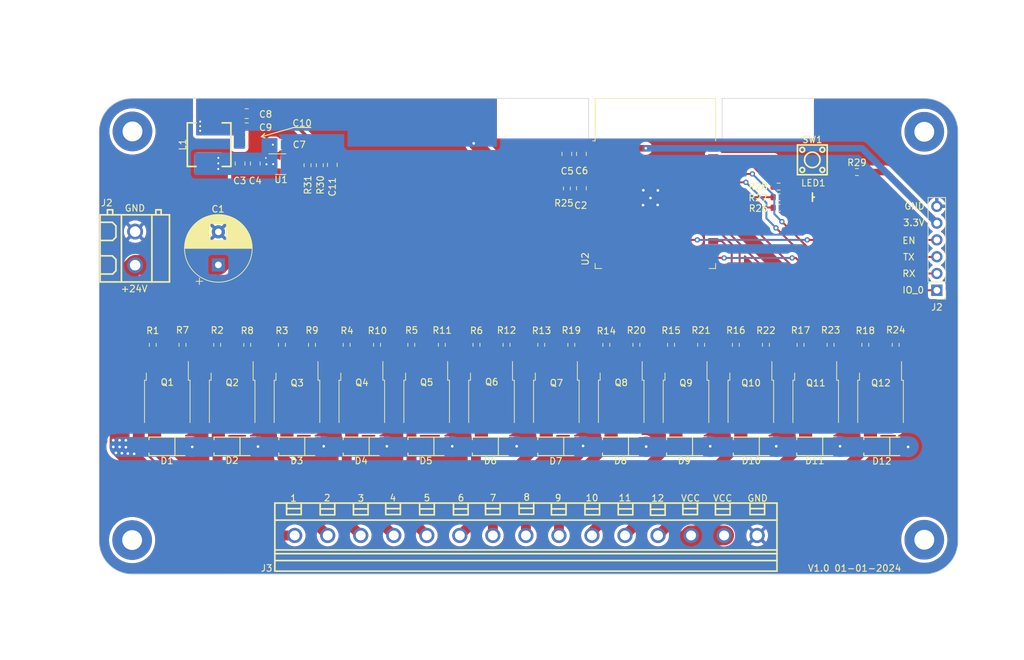
<source format=kicad_pcb>
(kicad_pcb (version 20221018) (generator pcbnew)
  (layers (0 "F.Cu" signal) (31 "B.Cu" signal) (34 "B.Paste" user) (35 "F.Paste" user) (36 "B.SilkS" user "B.Silkscreen") (37 "F.SilkS" user "F.Silkscreen") (38 "B.Mask" user) (39 "F.Mask" user) (44 "Edge.Cuts" user))
  (net 0 "")
  (net 1 "/ESP_EN")
  (net 2 "GND")
  (net 3 "VCC")
  (net 4 "+3.3V")
  (net 5 "/Z_1_OUT")
  (net 6 "/Z_2_OUT")
  (net 7 "/Z_3_OUT")
  (net 8 "/Z_4_OUT")
  (net 9 "/Z_5_OUT")
  (net 10 "/Z_6_OUT")
  (net 11 "/Z_7_OUT")
  (net 12 "/Z_8_OUT")
  (net 13 "/Z_9_OUT")
  (net 14 "/Z_10_OUT")
  (net 15 "/Z_11_OUT")
  (net 16 "/Z_12_OUT")
  (net 17 "/ESP_TX")
  (net 18 "/ESP_RX")
  (net 19 "/ESP_IO_0")
  (net 20 "Net-(U1-BOOT)")
  (net 21 "Net-(U1-SW)")
  (net 22 "Net-(U1-FB)")
  (net 24 "/Z_1")
  (net 25 "/Z_2")
  (net 26 "/Z_3")
  (net 27 "/Z_4")
  (net 28 "/Z_5")
  (net 31 "/Z_6")
  (net 39 "/Z_7")
  (net 40 "/Z_8")
  (net 41 "/Z_9")
  (net 42 "/Z_10")
  (net 43 "/LED_1")
  (net 44 "/Z_11")
  (net 45 "/Z_12")
  (net 47 "/LED_2")
  (net 48 "/LED_3")
  (net 49 "/SW_1")
  (net 50 "Net-(LED1-B)")
  (net 51 "Net-(LED1-G)")
  (net 52 "Net-(LED1-R)")
  (net 53 "Net-(Q1-Pad1)")
  (net 54 "Net-(Q2-Pad1)")
  (net 55 "Net-(Q3-Pad1)")
  (net 56 "Net-(Q4-Pad1)")
  (net 57 "Net-(Q5-Pad1)")
  (net 58 "Net-(Q6-Pad1)")
  (net 59 "Net-(Q7-Pad1)")
  (net 60 "Net-(Q8-Pad1)")
  (net 61 "Net-(Q9-Pad1)")
  (net 62 "Net-(Q10-Pad1)")
  (net 63 "Net-(Q11-Pad1)")
  (net 64 "Net-(Q12-Pad1)")
  (net 65 "Net-(R29-Pad1)")
  (footprint "Resistor_SMD:R_0603_1608Metric" (layer "F.Cu") (at 152.85 66.55 180)
    (fp_text reference "R26")
    (fp_text value "220")
  )
  (footprint "Resistor_SMD:R_0603_1608Metric" (layer "F.Cu") (at 82.222476 87.3 -90)
    (fp_text reference "R9")
    (fp_text value "80")
  )
  (footprint "Resistor_SMD:R_0603_1608Metric" (layer "F.Cu") (at 150.922476 87.3 -90)
    (fp_text reference "R22")
    (fp_text value "80")
  )
  (footprint "Resistor_SMD:R_0603_1608Metric" (layer "F.Cu") (at 126.772476 87.3 -90)
    (fp_text reference "R14")
    (fp_text value "10K")
  )
  (footprint "Resistor_SMD:R_0603_1608Metric" (layer "F.Cu") (at 136.572476 87.3 -90)
    (fp_text reference "R15")
    (fp_text value "10K")
  )
  (footprint "Capacitor_SMD:C_0805_2012Metric_Pad1.18x1.45mm_HandSolder" (layer "F.Cu") (at 72.3375 52.3)
    (fp_text reference "C8")
    (fp_text value "22uF")
  )
  (footprint "easyeda2kicad:SMA_L4.4-W2.6-LS5.0-RD" (layer "F.Cu") (at 128.925 102.665 180)
    (fp_text reference "D8")
    (fp_text value "M7")
  )
  (footprint "easyeda2kicad:SMA_L4.4-W2.6-LS5.0-RD" (layer "F.Cu") (at 119.125 102.665 180)
    (fp_text reference "D7")
    (fp_text value "M7")
  )
  (footprint "MountingHole:MountingHole_3mm_Pad" (layer "F.Cu") (at 55 116.85)
    (fp_text reference "REF**" hide)
    (fp_text value "MountingHole_3mm_Pad")
  )
  (footprint "Capacitor_SMD:C_0805_2012Metric_Pad1.18x1.45mm_HandSolder" (layer "F.Cu") (at 123 63.6 -90)
    (fp_text reference "C2")
    (fp_text value "22uF")
  )
  (footprint "easyeda2kicad:CONN-TH_15P-P5.00_DB128V" (layer "F.Cu") (at 114.6 116.15)
    (fp_text reference "J3" hide)
    (fp_text value "Screw Terminal - 15P")
  )
  (footprint "Package_TO_SOT_SMD:SOT-23-6" (layer "F.Cu") (at 77.4875 59.95)
    (fp_text reference "U1")
    (fp_text value "TPS54202DDC")
  )
  (footprint "Package_TO_SOT_SMD:TO-252-2" (layer "F.Cu") (at 109.392436 95.965 -90)
    (fp_text reference "Q6")
    (fp_text value "IRLR8726TRPBF")
  )
  (footprint "Resistor_SMD:R_0603_1608Metric" (layer "F.Cu") (at 141.122476 87.3 -90)
    (fp_text reference "R21")
    (fp_text value "80")
  )
  (footprint "Resistor_SMD:R_0603_1608Metric" (layer "F.Cu") (at 72.422476 87.3 -90)
    (fp_text reference "R8")
    (fp_text value "80")
  )
  (footprint "easyeda2kicad:SMA_L4.4-W2.6-LS5.0-RD" (layer "F.Cu") (at 148.725 102.665 180)
    (fp_text reference "D10")
    (fp_text value "M7")
  )
  (footprint "Package_TO_SOT_SMD:TO-252-2" (layer "F.Cu") (at 168.275 95.965 -90)
    (fp_text reference "Q12")
    (fp_text value "IRLR8726TRPBF")
  )
  (footprint "Package_TO_SOT_SMD:TO-252-2" (layer "F.Cu") (at 60.323636 95.965 -90)
    (fp_text reference "Q1")
    (fp_text value "IRLR8726TRPBF")
  )
  (footprint "Capacitor_SMD:C_0805_2012Metric_Pad1.18x1.45mm_HandSolder" (layer "F.Cu") (at 73.6375 59.8625 90)
    (fp_text reference "C4")
    (fp_text value "0.1uF")
  )
  (footprint "Package_TO_SOT_SMD:TO-252-2" (layer "F.Cu") (at 119.206196 95.965 -90)
    (fp_text reference "Q7")
    (fp_text value "IRLR8726TRPBF")
  )
  (footprint "Resistor_SMD:R_0603_1608Metric" (layer "F.Cu") (at 165.972476 87.3 -90)
    (fp_text reference "R18")
    (fp_text value "10K")
  )
  (footprint "Package_TO_SOT_SMD:TO-252-2" (layer "F.Cu") (at 70.137396 95.965 -90)
    (fp_text reference "Q2")
    (fp_text value "IRLR8726TRPBF")
  )
  (footprint "easyeda2kicad:SMA_L4.4-W2.6-LS5.0-RD" (layer "F.Cu") (at 79.925 102.665 180)
    (fp_text reference "D3")
    (fp_text value "M7")
  )
  (footprint "MountingHole:MountingHole_3mm_Pad" (layer "F.Cu") (at 174.9 116.8)
    (fp_text reference "REF**" hide)
    (fp_text value "MountingHole_3mm_Pad")
  )
  (footprint "Resistor_SMD:R_0603_1608Metric" (layer "F.Cu") (at 160.722476 87.3 -90)
    (fp_text reference "R23")
    (fp_text value "80")
  )
  (footprint "Resistor_SMD:R_0603_1608Metric" (layer "F.Cu") (at 67.872476 87.3 -90)
    (fp_text reference "R2")
    (fp_text value "10K")
  )
  (footprint "Resistor_SMD:R_0603_1608Metric" (layer "F.Cu") (at 121.472476 87.3 -90)
    (fp_text reference "R19")
    (fp_text value "80")
  )
  (footprint "Capacitor_SMD:C_0805_2012Metric_Pad1.18x1.45mm_HandSolder" (layer "F.Cu") (at 77.4 57 180)
    (fp_text reference "C7")
    (fp_text value "0.1uF")
  )
  (footprint "Capacitor_SMD:C_0805_2012Metric_Pad1.18x1.45mm_HandSolder" (layer "F.Cu") (at 71.3375 59.8625 90)
    (fp_text reference "C3")
    (fp_text value "1uF")
  )
  (footprint "Resistor_SMD:R_0603_1608Metric" (layer "F.Cu") (at 152.85 64.95 180)
    (fp_text reference "R27")
    (fp_text value "220")
  )
  (footprint "easyeda2kicad:SMA_L4.4-W2.6-LS5.0-RD" (layer "F.Cu") (at 89.675 102.665 180)
    (fp_text reference "D4")
    (fp_text value "M7")
  )
  (footprint "Resistor_SMD:R_0603_1608Metric" (layer "F.Cu") (at 120.8 63.625 -90)
    (fp_text reference "R25")
    (fp_text value "10K")
  )
  (footprint "Resistor_SMD:R_0603_1608Metric" (layer "F.Cu") (at 97.252908 87.3 -90)
    (fp_text reference "R5")
    (fp_text value "10K")
  )
  (footprint "Capacitor_THT:CP_Radial_D10.0mm_P5.00mm" (layer "F.Cu") (at 68.05 75.2 90)
    (fp_text reference "C1")
    (fp_text value "470uF")
  )
  (footprint "easyeda2kicad:SMA_L4.4-W2.6-LS5.0-RD" (layer "F.Cu") (at 70.125 102.665 180)
    (fp_text reference "D2")
    (fp_text value "M7")
  )
  (footprint "easyeda2kicad:CONN-TH_P5.08_KF128-5.08-2P" (layer "F.Cu") (at 55.45 72.7 -90)
    (fp_text reference "J1" hide)
    (fp_text value "Screw Terminal - 2P")
  )
  (footprint "easyeda2kicad:KEY-SMD_4P-L4.5-W4.5-P3.00-LS7.5" (layer "F.Cu") (at 157.95 59.3 90)
    (fp_text reference "SW1")
    (fp_text value "UK-B0206-G5-250-JZ")
  )
  (footprint "Package_TO_SOT_SMD:TO-252-2" (layer "F.Cu") (at 158.461236 95.965 -90)
    (fp_text reference "Q11")
    (fp_text value "IRLR8726TRPBF")
  )
  (footprint "Resistor_SMD:R_0603_1608Metric" (layer "F.Cu") (at 87.472476 87.3 -90)
    (fp_text reference "R4")
    (fp_text value "10K")
  )
  (footprint "Resistor_SMD:R_0603_1608Metric" (layer "F.Cu") (at 92.072476 87.3 -90)
    (fp_text reference "R10")
    (fp_text value "80")
  )
  (footprint "Resistor_SMD:R_0603_1608Metric" (layer "F.Cu") (at 81.55 60.1125 90)
    (fp_text reference "R31")
    (fp_text value "22.1K")
  )
  (footprint "Package_TO_SOT_SMD:TO-252-2" (layer "F.Cu") (at 138.833716 95.965 -90)
    (fp_text reference "Q9")
    (fp_text value "IRLR8726TRPBF")
  )
  (footprint "Resistor_SMD:R_0603_1608Metric" (layer "F.Cu") (at 156.172476 87.3 -90)
    (fp_text reference "R17")
    (fp_text value "10K")
  )
  (footprint "Capacitor_SMD:C_0805_2012Metric_Pad1.18x1.45mm_HandSolder" (layer "F.Cu") (at 120.8 58.4 90)
    (fp_text reference "C5")
    (fp_text value "22uF")
  )
  (footprint "Capacitor_SMD:C_0805_2012Metric_Pad1.18x1.45mm_HandSolder" (layer "F.Cu") (at 85.3 60.0625 -90)
    (fp_text reference "C11")
    (fp_text value "68pF")
  )
  (footprint "Package_TO_SOT_SMD:TO-252-2" (layer "F.Cu") (at 129.019956 95.965 -90)
    (fp_text reference "Q8")
    (fp_text value "IRLR8726TRPBF")
  )
  (footprint "Resistor_SMD:R_0603_1608Metric" (layer "F.Cu") (at 83.4 60.1125 -90)
    (fp_text reference "R30")
    (fp_text value "100K")
  )
  (footprint "Resistor_SMD:R_0603_1608Metric" (layer "F.Cu") (at 131.322476 87.3 -90)
    (fp_text reference "R20")
    (fp_text value "80")
  )
  (footprint "Resistor_SMD:R_0603_1608Metric" (layer "F.Cu") (at 164.7 61.15)
    (fp_text reference "R29")
    (fp_text value "10K")
  )
  (footprint "Capacitor_SMD:C_0805_2012Metric_Pad1.18x1.45mm_HandSolder" (layer "F.Cu") (at 72.3375 54.45)
    (fp_text reference "C9")
    (fp_text value "22uF")
  )
  (footprint "Resistor_SMD:R_0603_1608Metric" (layer "F.Cu") (at 101.872476 87.3 -90)
    (fp_text reference "R11")
    (fp_text value "80")
  )
  (footprint "Package_TO_SOT_SMD:TO-252-2" (layer "F.Cu") (at 89.764916 95.965 -90)
    (fp_text reference "Q4")
    (fp_text value "IRLR8726TRPBF")
  )
  (footprint "easyeda2kicad:SMA_L4.4-W2.6-LS5.0-RD" (layer "F.Cu") (at 138.625 102.665 180)
    (fp_text reference "D9")
    (fp_text value "M7")
  )
  (footprint "easyeda2kicad:SMA_L4.4-W2.6-LS5.0-RD" (layer "F.Cu") (at 109.225 102.665 180)
    (fp_text reference "D6")
    (fp_text value "M7")
  )
  (footprint "Connector_PinHeader_2.54mm:PinHeader_1x06_P2.54mm_Vertical" (layer "F.Cu") (at 176.8 79.04 180)
    (fp_text reference "J2")
    (fp_text value "Conn_01x06")
  )
  (footprint "easyeda2kicad:SMA_L4.4-W2.6-LS5.0-RD" (layer "F.Cu") (at 158.325 102.665 180)
    (fp_text reference "D11")
    (fp_text value "M7")
  )
  (footprint "Resistor_SMD:R_0603_1608Metric" (layer "F.Cu") (at 62.622476 87.3 -90)
    (fp_text reference "R7")
    (fp_text value "80")
  )
  (footprint "Resistor_SMD:R_0603_1608Metric" (layer "F.Cu") (at 116.922476 87.3 -90)
    (fp_text reference "R13")
    (fp_text value "10K")
  )
  (footprint "Capacitor_SMD:C_0805_2012Metric_Pad1.18x1.45mm_HandSolder" (layer "F.Cu") (at 123 58.4 90)
    (fp_text reference "C6")
    (fp_text value "0.1uF")
  )
  (footprint "Package_TO_SOT_SMD:TO-252-2" (layer "F.Cu") (at 99.578676 95.965 -90)
    (fp_text reference "Q5")
    (fp_text value "IRLR8726TRPBF")
  )
  (footprint "easyeda2kicad:IND-SMD_L7.2-W6.6_GPSR07X0" (layer "F.Cu") (at 66.65 57 90)
    (fp_text reference "L1")
    (fp_text value "15uH")
  )
  (footprint "Package_TO_SOT_SMD:TO-252-2" (layer "F.Cu") (at 148.647476 95.965 -90)
    (fp_text reference "Q10")
    (fp_text value "IRLR8726TRPBF")
  )
  (footprint "Resistor_SMD:R_0603_1608Metric" (layer "F.Cu") (at 170.572476 87.3 -90)
    (fp_text reference "R24")
    (fp_text value "80")
  )
  (footprint "easyeda2kicad:SMA_L4.4-W2.6-LS5.0-RD" (layer "F.Cu") (at 168.475 102.665 180)
    (fp_text reference "D12")
    (fp_text value "M7")
  )
  (footprint "Package_TO_SOT_SMD:TO-252-2" (layer "F.Cu") (at 79.951156 95.965 -90)
    (fp_text reference "Q3")
    (fp_text value "IRLR8726TRPBF")
  )
  (footprint "easyeda2kicad:SMA_L4.4-W2.6-LS5.0-RD" (layer "F.Cu") (at 60.275 102.665 180)
    (fp_text reference "D1")
    (fp_text value "M7")
  )
  (footprint "easyeda2kicad:SMA_L4.4-W2.6-LS5.0-RD" (layer "F.Cu") (at 99.475 102.665 180)
    (fp_text reference "D5")
    (fp_text value "M7")
  )
  (footprint "Resistor_SMD:R_0603_1608Metric" (layer "F.Cu") (at 146.372476 87.3 -90)
    (fp_text reference "R16")
    (fp_text value "10K")
  )
  (footprint "MountingHole:MountingHole_3mm_Pad" (layer "F.Cu") (at 174.9 55.05)
    (fp_text reference "REF**" hide)
    (fp_text value "MountingHole_3mm_Pad")
  )
  (footprint "Capacitor_SMD:C_0805_2012Metric_Pad1.18x1.45mm_HandSolder" (layer "F.Cu") (at 72.3375 56.6)
    (fp_text reference "C10")
    (fp_text value "22uF")
  )
  (footprint "MountingHole:MountingHole_3mm_Pad" (layer "F.Cu") (at 55.05 55)
    (fp_text reference "REF**" hide)
    (fp_text value "MountingHole_3mm_Pad")
  )
  (footprint "RF_Module:ESP32-WROOM-32" (layer "F.Cu") (at 134.2 65.87)
    (fp_text reference "U2")
    (fp_text value "ESP32-WROOM-32D")
  )
  (footprint "Resistor_SMD:R_0603_1608Metric" (layer "F.Cu") (at 58.122476 87.3 -90)
    (fp_text reference "R1")
    (fp_text value "10K")
  )
  (footprint "easyeda2kicad:LED-ARRAY-SMD_6P-L1.6-W1.6-TL" (layer "F.Cu") (at 158.1 64.95 180)
    (fp_text reference "LED1")
    (fp_text value "RGB_LED")
  )
  (footprint "Resistor_SMD:R_0603_1608Metric" (layer "F.Cu") (at 111.672476 87.3 -90)
    (fp_text reference "R12")
    (fp_text value "80")
  )
  (footprint "Resistor_SMD:R_0603_1608Metric" (layer "F.Cu") (at 152.85 63.35 180)
    (fp_text reference "R28")
    (fp_text value "220")
  )
  (footprint "Resistor_SMD:R_0603_1608Metric" (layer "F.Cu") (at 107.122476 87.3 -90)
    (fp_text reference "R6")
    (fp_text value "10K")
  )
  (footprint "Resistor_SMD:R_0603_1608Metric" (layer "F.Cu") (at 77.672476 87.3 -90)
    (fp_text reference "R3")
    (fp_text value "10K")
  )
  (gr_line (start 74.55 55.8) (end 75.05 55.325) (stroke (width 0.15)) (layer "F.SilkS"))
  (gr_line (start 79.475 54.4) (end 82.025 54.4) (stroke (width 0.15)) (layer "F.SilkS"))
  (gr_line (start 74.55 55.8) (end 75.125 55.975) (stroke (width 0.15)) (layer "F.SilkS"))
  (gr_line (start 79.475 54.4) (end 74.55 55.8) (stroke (width 0.15)) (layer "F.SilkS"))
  (gr_line (start 75.05 55.325) (end 74.55 55.8) (stroke (width 0.15)) (layer "F.SilkS"))
  (gr_line (start 82.025 54.4) (end 79.475 54.4) (stroke (width 0.15)) (layer "F.SilkS"))
  (gr_arc (start 180 117) (mid 178.535534 120.535534) (end 175 122) (stroke (width 0.1)) (layer "Edge.Cuts"))
  (gr_line (start 124.1 56.05) (end 144.3 56.05) (stroke (width 0.1)) (layer "Edge.Cuts"))
  (gr_arc (start 175 50) (mid 178.535534 51.464466) (end 180 55) (stroke (width 0.1)) (layer "Edge.Cuts"))
  (gr_line (start 144.3 56.05) (end 144.3 50) (stroke (width 0.1)) (layer "Edge.Cuts"))
  (gr_line (start 55 50) (end 124.1 50) (stroke (width 0.1)) (layer "Edge.Cuts"))
  (gr_arc (start 50 55) (mid 51.464466 51.464466) (end 55 50) (stroke (width 0.1)) (layer "Edge.Cuts"))
  (gr_arc (start 55 122) (mid 51.464466 120.535534) (end 50 117) (stroke (width 0.1)) (layer "Edge.Cuts"))
  (gr_line (start 175 50) (end 144.3 50) (stroke (width 0.1)) (layer "Edge.Cuts"))
  (gr_line (start 124.1 50) (end 124.1 56.05) (stroke (width 0.1)) (layer "Edge.Cuts"))
  (gr_line (start 180 55) (end 180 117) (stroke (width 0.1)) (layer "Edge.Cuts"))
  (gr_line (start 50 55) (end 50 117) (stroke (width 0.1)) (layer "Edge.Cuts"))
  (gr_line (start 55 122) (end 175 122) (stroke (width 0.1)) (layer "Edge.Cuts"))
  (gr_text "8" (at 114.15 110.95) (layer "F.SilkS") (effects (font (size 1 1)) (justify left bottom)))
  (gr_text "RX" (at 171.5 77.1) (layer "F.SilkS") (effects (font (size 1 1)) (justify left bottom)))
  (gr_text "3.3V" (at 171.6 69.4) (layer "F.SilkS") (effects (font (size 1 1)) (justify left bottom)))
  (gr_text "J3" (at 74.4 121.7) (layer "F.SilkS") (effects (font (size 1 1)) (justify left bottom)))
  (gr_text "5" (at 99.05 111.05) (layer "F.SilkS") (effects (font (size 1 1)) (justify left bottom)))
  (gr_text "VCC" (at 142.85 111.1) (layer "F.SilkS") (effects (font (size 1 1)) (justify left bottom)))
  (gr_text "+24V" (at 53.221769 79.4) (layer "F.SilkS") (effects (font (size 1 1)) (justify left bottom)))
  (gr_text "12" (at 133.5 111.1) (layer "F.SilkS") (effects (font (size 1 1)) (justify left bottom)))
  (gr_text "2" (at 83.95 111.05) (layer "F.SilkS") (effects (font (size 1 1)) (justify left bottom)))
  (gr_text "GND\n" (at 171.8 66.9) (layer "F.SilkS") (effects (font (size 1 1)) (justify left bottom)))
  (gr_text "V1.0 01-01-2024" (at 157.2 121.7) (layer "F.SilkS") (effects (font (size 1 1)) (justify left bottom)))
  (gr_text "." (at 74.9 59.2) (layer "F.SilkS") (effects (font (size 1 1)) (justify left bottom)))
  (gr_text "4" (at 93.9 111.05) (layer "F.SilkS") (effects (font (size 1 1)) (justify left bottom)))
  (gr_text "VCC" (at 138 111.1) (layer "F.SilkS") (effects (font (size 1 1)) (justify left bottom)))
  (gr_text "3" (at 89.05 111.1) (layer "F.SilkS") (effects (font (size 1 1)) (justify left bottom)))
  (gr_text "9" (at 118.9 111.05) (layer "F.SilkS") (effects (font (size 1 1)) (justify left bottom)))
  (gr_text "GND" (at 53.8 67.2) (layer "F.SilkS") (effects (font (size 1 1)) (justify left bottom)))
  (gr_text "10\n" (at 123.55 111.05) (layer "F.SilkS") (effects (font (size 1 1)) (justify left bottom)))
  (gr_text "6" (at 104.2 111.05) (layer "F.SilkS") (effects (font (size 1 1)) (justify left bottom)))
  (gr_text "TX" (at 171.6 74.6) (layer "F.SilkS") (effects (font (size 1 1)) (justify left bottom)))
  (gr_text "J2" (at 50.2 66.4) (layer "F.SilkS") (effects (font (size 1 1)) (justify left bottom)))
  (gr_text "EN" (at 171.5 72.1) (layer "F.SilkS") (effects (font (size 1 1)) (justify left bottom)))
  (gr_text "7" (at 109.05 111.05) (layer "F.SilkS") (effects (font (size 1 1)) (justify left bottom)))
  (gr_text "1" (at 78.85 111.1) (layer "F.SilkS") (effects (font (size 1 1)) (justify left bottom)))
  (gr_text "IO_0" (at 171.5 79.6) (layer "F.SilkS") (effects (font (size 1 1)) (justify left bottom)))
  (gr_text "11" (at 128.55 111.05) (layer "F.SilkS") (effects (font (size 1 1)) (justify left bottom)))
  (gr_text "GND" (at 148.05 111.1) (layer "F.SilkS") (effects (font (size 1 1)) (justify left bottom)))
  (segment (start 140.534977 71.415023) (end 135.075023 71.415023) (width 0.3) (layer "F.Cu") (net 1))
  (segment (start 127.85 64.19) (end 127.85 61.5) (width 0.3) (layer "F.Cu") (net 1))
  (segment (start 157.165023 71.415023) (end 157.174977 71.415023) (width 0.3) (layer "F.Cu") (net 1))
  (segment (start 124.815 60.16) (end 125.45 60.16) (width 0.25) (layer "F.Cu") (net 1))
  (segment (start 120.8 64.45) (end 121.1125 64.45) (width 0.25) (layer "F.Cu") (net 1))
  (segment (start 176.8 71.42) (end 157.17 71.42) (width 0.3) (layer "F.Cu") (net 1))
  (segment (start 123 61.975) (end 124.815 60.16) (width 0.25) (layer "F.Cu") (net 1))
  (segment (start 157.17 71.42) (end 157.165023 71.415023) (width 0.3) (layer "F.Cu") (net 1))
  (segment (start 127.85 61.5) (end 126.51 60.16) (width 0.3) (layer "F.Cu") (net 1))
  (segment (start 121.1125 64.45) (end 123 62.5625) (width 0.25) (layer "F.Cu") (net 1))
  (segment (start 126.51 60.16) (end 125.45 60.16) (width 0.3) (layer "F.Cu") (net 1))
  (segment (start 135.075023 71.415023) (end 127.85 64.19) (width 0.3) (layer "F.Cu") (net 1))
  (segment (start 123 62.5625) (end 123 61.975) (width 0.25) (layer "F.Cu") (net 1))
  (via (at 140.534977 71.415023) (size 0.8) (drill 0.4) (layers "F.Cu" "B.Cu") (net 1))
  (via (at 157.174977 71.415023) (size 0.8) (drill 0.4) (layers "F.Cu" "B.Cu") (net 1))
  (segment (start 140.5 71.45) (end 140.534977 71.415023) (width 0.3) (layer "B.Cu") (net 1))
  (segment (start 157.174977 71.415023) (end 140.534977 71.415023) (width 0.3) (layer "B.Cu") (net 1))
  (segment (start 165.972476 88.125) (end 165.972476 90.902476) (width 1) (layer "F.Cu") (net 2))
  (segment (start 73.8125 59) (end 73.6375 58.825) (width 0.5) (layer "F.Cu") (net 2))
  (segment (start 73.375 52.3) (end 76.248528 52.3) (width 0.5) (layer "F.Cu") (net 2))
  (segment (start 87.472476 88.125) (end 87.472476 90.91256) (width 1) (layer "F.Cu") (net 2))
  (segment (start 136.572476 90.90624) (end 136.553716 90.925) (width 1) (layer "F.Cu") (net 2))
  (segment (start 116.922476 90.92128) (end 116.926196 90.925) (width 1) (layer "F.Cu") (net 2))
  (segment (start 146.372476 88.125) (end 146.372476 90.92) (width 1) (layer "F.Cu") (net 2))
  (segment (start 87.472476 90.91256) (end 87.484916 90.925) (width 1) (layer "F.Cu") (net 2))
  (segment (start 81.55 57.601472) (end 81.55 59.2875) (width 0.5) (layer "F.Cu") (net 2))
  (segment (start 76.35 59) (end 73.8125 59) (width 0.5) (layer "F.Cu") (net 2))
  (segment (start 58.122476 90.84616) (end 58.043636 90.925) (width 1) (layer "F.Cu") (net 2))
  (segment (start 146.372476 90.92) (end 146.367476 90.925) (width 1) (layer "F.Cu") (net 2))
  (segment (start 77.672476 90.92368) (end 77.671156 90.925) (width 1) (layer "F.Cu") (net 2))
  (segment (start 107.122476 88.125) (end 107.122476 90.91496) (width 1) (layer "F.Cu") (net 2))
  (segment (start 126.772476 88.125) (end 126.772476 90.89248) (width 1) (layer "F.Cu") (net 2))
  (segment (start 116.922476 88.125) (end 116.922476 90.92128) (width 1) (layer "F.Cu") (net 2))
  (segment (start 136.572476 88.125) (end 136.572476 90.90624) (width 1) (layer "F.Cu") (net 2))
  (segment (start 77.672476 88.125) (end 77.672476 90.92368) (width 1) (layer "F.Cu") (net 2))
  (segment (start 156.172476 90.91624) (end 156.181236 90.925) (width 1) (layer "F.Cu") (net 2))
  (segment (start 156.172476 88.125) (end 156.172476 90.91624) (width 1) (layer "F.Cu") (net 2))
  (segment (start 126.772476 90.89248) (end 126.739956 90.925) (width 1) (layer "F.Cu") (net 2))
  (segment (start 58.122476 88.125) (end 58.122476 90.84616) (width 1) (layer "F.Cu") (net 2))
  (segment (start 76.248528 52.3) (end 81.55 57.601472) (width 0.5) (layer "F.Cu") (net 2))
  (segment (start 165.972476 90.902476) (end 165.995 90.925) (width 1) (layer "F.Cu") (net 2))
  (segment (start 97.252908 90.879232) (end 97.298676 90.925) (width 1) (layer "F.Cu") (net 2))
  (segment (start 97.252908 88.125) (end 97.252908 90.879232) (width 1) (layer "F.Cu") (net 2))
  (segment (start 107.122476 90.91496) (end 107.112436 90.925) (width 1) (layer "F.Cu") (net 2))
  (segment (start 67.872476 88.125) (end 67.872476 90.90992) (width 1) (layer "F.Cu") (net 2))
  (segment (start 67.872476 90.90992) (end 67.857396 90.925) (width 1) (layer "F.Cu") (net 2))
  (via (at 134.575 63.925) (size 0.8) (drill 0.4) (layers "F.Cu" "B.Cu") (net 2))
  (via (at 132.325 66.15) (size 0.8) (drill 0.4) (layers "F.Cu" "B.Cu") (net 2))
  (via (at 132.375 63.9) (size 0.8) (drill 0.4) (layers "F.Cu" "B.Cu") (net 2))
  (via (at 133.45 65.075) (size 0.8) (drill 0.4) (layers "F.Cu" "B.Cu") (net 2))
  (via (at 134.55 66.125) (size 0.8) (drill 0.4) (layers "F.Cu" "B.Cu") (net 2))
  (segment (start 111.415 102.665) (end 112.785 102.665) (width 2) (layer "F.Cu") (net 3))
  (segment (start 152.485 102.665) (end 152.5 102.65) (width 2) (layer "F.Cu") (net 3))
  (segment (start 139.6 116.15) (end 144.6 116.15) (width 3) (layer "F.Cu") (net 3))
  (segment (start 68.05 75.2) (end 70.75 72.5) (width 3) (layer "F.Cu") (net 3))
  (segment (start 172.365 102.665) (end 172.45 102.75) (width 2) (layer "F.Cu") (net 3))
  (segment (start 91.865 102.665) (end 93.535 102.665) (width 2) (layer "F.Cu") (net 3))
  (segment (start 64.015 102.665) (end 64.1 102.75) (width 2) (layer "F.Cu") (net 3))
  (segment (start 62.465 102.665) (end 64.015 102.665) (width 2) (layer "F.Cu") (net 3))
  (segment (start 74.015 102.665) (end 74.05 102.7) (width 2) (layer "F.Cu") (net 3))
  (segment (start 123.185 102.665) (end 123.25 102.6) (width 2) (layer "F.Cu") (net 3))
  (segment (start 112.8 102.65) (end 113.2 102.65) (width 2) (layer "F.Cu") (net 3))
  (segment (start 53.1 77.59) (end 53.1 102.75) (width 3) (layer "F.Cu") (net 3))
  (segment (start 93.535 102.665) (end 93.55 102.65) (width 2) (layer "F.Cu") (net 3))
  (segment (start 121.315 102.665) (end 123.185 102.665) (width 2) (layer "F.Cu") (net 3))
  (segment (start 70.75 72.5) (end 73.2 72.5) (width 3) (layer "F.Cu") (net 3))
  (segment (start 162.135 102.665) (end 162.15 102.65) (width 2) (layer "F.Cu") (net 3))
  (segment (start 135.7 120.05) (end 139.6 116.15) (width 3) (layer "F.Cu") (net 3))
  (segment (start 160.515 102.665) (end 162.135 102.665) (width 2) (layer "F.Cu") (net 3))
  (segment (start 140.815 102.665) (end 142.485 102.665) (width 2) (layer "F.Cu") (net 3))
  (segment (start 55.45 75.24) (end 53.1 77.59) (width 3) (layer "F.Cu") (net 3))
  (segment (start 75.7 70) (end 75.7 67.4) (width 3) (layer "F.Cu") (net 3))
  (segment (start 131.115 102.665) (end 131.15 102.7) (width 2) (layer "F.Cu") (net 3))
  (segment (start 103.435 102.665) (end 103.45 102.65) (width 2) (layer "F.Cu") (net 3))
  (segment (start 101.665 102.665) (end 103.435 102.665) (width 2) (layer "F.Cu") (net 3))
  (segment (start 142.485 102.665) (end 142.5 102.65) (width 2) (layer "F.Cu") (net 3))
  (segment (start 72.315 102.665) (end 74.015 102.665) (width 2) (layer "F.Cu") (net 3))
  (segment (start 53.1 102.75) (end 70.4 120.05) (width 3) (layer "F.Cu") (net 3))
  (segment (start 150.915 102.665) (end 152.485 102.665) (width 2) (layer "F.Cu") (net 3))
  (segment (start 112.785 102.665) (end 112.8 102.65) (width 2) (layer "F.Cu") (net 3))
  (segment (start 73.2 72.5) (end 75.7 70) (width 3) (layer "F.Cu") (net 3))
  (segment (start 55.49 75.2) (end 55.45 75.24) (width 1.5) (layer "F.Cu") (net 3))
  (segment (start 132.292284 102.7) (end 132.546142 102.446142) (width 2) (layer "F.Cu") (net 3))
  (segment (start 82.115 102.665) (end 83.985 102.665) (width 2) (layer "F.Cu") (net 3))
  (segment (start 131.15 102.7) (end 132.292284 102.7) (width 2) (layer "F.Cu") (net 3))
  (segment (start 83.985 102.665) (end 84 102.65) (width 2) (layer "F.Cu") (net 3))
  (segment (start 70.4 120.05) (end 135.7 120.05) (width 3) (layer "F.Cu") (net 3))
  (segment (start 68.05 75.2) (end 55.49 75.2) (width 3) (layer "F.Cu") (net 3))
  (segment (start 170.665 102.665) (end 172.365 102.665) (width 2) (layer "F.Cu") (net 3))
  (via (at 53.1 102.75) (size 0.8) (drill 0.4) (layers "F.Cu" "B.Cu") (net 3))
  (via (at 53.1 101.75) (size 0.8) (drill 0.4) (layers "F.Cu" "B.Cu") (net 3))
  (via (at 152.5 102.65) (size 0.8) (drill 0.4) (layers "F.Cu" "B.Cu") (net 3))
  (via (at 132.8 102.7) (size 0.8) (drill 0.4) (layers "F.Cu" "B.Cu") (net 3))
  (via (at 84 102.65) (size 0.8) (drill 0.4) (layers "F.Cu" "B.Cu") (net 3))
  (via (at 142.5 102.65) (size 0.8) (drill 0.4) (layers "F.Cu" "B.Cu") (net 3))
  (via (at 103.45 102.65) (size 0.8) (drill 0.4) (layers "F.Cu" "B.Cu") (net 3))
  (via (at 52.15 101.75) (size 0.8) (drill 0.4) (layers "F.Cu" "B.Cu") (net 3))
  (via (at 55.3 103.8) (size 0.8) (drill 0.4) (layers "F.Cu" "B.Cu") (net 3))
  (via (at 54.05 101.75) (size 0.8) (drill 0.4) (layers "F.Cu" "B.Cu") (net 3))
  (via (at 52.15 102.75) (size 0.8) (drill 0.4) (layers "F.Cu" "B.Cu") (net 3))
  (via (at 64.1 102.75) (size 0.8) (drill 0.4) (layers "F.Cu" "B.Cu") (net 3))
  (via (at 113.2 102.65) (size 0.8) (drill 0.4) (layers "F.Cu" "B.Cu") (net 3))
  (via (at 123.25 102.6) (size 0.8) (drill 0.4) (layers "F.Cu" "B.Cu") (net 3))
  (via (at 172.45 102.75) (size 0.8) (drill 0.4) (layers "F.Cu" "B.Cu") (net 3))
  (via (at 54.35 103.75) (size 0.8) (drill 0.4) (layers "F.Cu" "B.Cu") (net 3))
  (via (at 53.45 103.7) (size 0.8) (drill 0.4) (layers "F.Cu" "B.Cu") (net 3))
  (via (at 162.15 102.65) (size 0.8) (drill 0.4) (layers "F.Cu" "B.Cu") (net 3))
  (via (at 52.55 103.65) (size 0.8) (drill 0.4) (layers "F.Cu" "B.Cu") (net 3))
  (via (at 74.05 102.7) (size 0.8) (drill 0.4) (layers "F.Cu" "B.Cu") (net 3))
  (via (at 93.55 102.65) (size 0.8) (drill 0.4) (layers "F.Cu" "B.Cu") (net 3))
  (via (at 54.05 102.8) (size 0.8) (drill 0.4) (layers "F.Cu" "B.Cu") (net 3))
  (segment (start 74 102.75) (end 74.05 102.7) (width 3) (layer "B.Cu") (net 3))
  (segment (start 113.1 102.75) (end 113.2 102.65) (width 3) (layer "B.Cu") (net 3))
  (segment (start 74.1 102.75) (end 83.9 102.75) (width 3) (layer "B.Cu") (net 3))
  (segment (start 152.6 102.75) (end 162.05 102.75) (width 3) (layer "B.Cu") (net 3))
  (segment (start 123.4 102.75) (end 132.75 102.75) (width 3) (layer "B.Cu") (net 3))
  (segment (start 162.05 102.75) (end 162.15 102.65) (width 3) (layer "B.Cu") (net 3))
  (segment (start 93.65 102.75) (end 103.35 102.75) (width 3) (layer "B.Cu") (net 3))
  (segment (start 172.55 102.65) (end 170.65 102.65) (width 3) (layer "B.Cu") (net 3))
  (segment (start 162.15 102.65) (end 162.25 102.75) (width 3) (layer "B.Cu") (net 3))
  (segment (start 132.8 102.7) (end 132.85 102.75) (width 3) (layer "B.Cu") (net 3))
  (segment (start 172.45 102.75) (end 172.55 102.65) (width 3) (layer "B.Cu") (net 3))
  (segment (start 162.25 102.75) (end 172.45 102.75) (width 3) (layer "B.Cu") (net 3))
  (segment (start 113.3 102.75) (end 123.1 102.75) (width 3) (layer "B.Cu") (net 3))
  (segment (start 84 102.65) (end 84.1 102.75) (width 3) (layer "B.Cu") (net 3))
  (segment (start 142.5 102.65) (end 142.6 102.75) (width 3) (layer "B.Cu") (net 3))
  (segment (start 83.9 102.75) (end 84 102.65) (width 3) (layer "B.Cu") (net 3))
  (segment (start 103.45 102.65) (end 103.55 102.75) (width 3) (layer "B.Cu") (net 3))
  (segment (start 93.45 102.75) (end 93.55 102.65) (width 3) (layer "B.Cu") (net 3))
  (segment (start 152.4 102.75) (end 152.5 102.65) (width 3) (layer "B.Cu") (net 3))
  (segment (start 103.35 102.75) (end 103.45 102.65) (width 3) (layer "B.Cu") (net 3))
  (segment (start 53.1 102.75) (end 64.1 102.75) (width 3) (layer "B.Cu") (net 3))
  (segment (start 74.05 102.7) (end 74.1 102.75) (width 3) (layer "B.Cu") (net 3))
  (segment (start 152.5 102.65) (end 152.6 102.75) (width 3) (layer "B.Cu") (net 3))
  (segment (start 132.75 102.75) (end 132.8 102.7) (width 3) (layer "B.Cu") (net 3))
  (segment (start 142.4 102.75) (end 142.5 102.65) (width 3) (layer "B.Cu") (net 3))
  (segment (start 93.55 102.65) (end 93.65 102.75) (width 3) (layer "B.Cu") (net 3))
  (segment (start 132.85 102.75) (end 142.4 102.75) (width 3) (layer "B.Cu") (net 3))
  (segment (start 123.1 102.75) (end 123.25 102.6) (width 3) (layer "B.Cu") (net 3))
  (segment (start 84.1 102.75) (end 93.45 102.75) (width 3) (layer "B.Cu") (net 3))
  (segment (start 123.25 102.6) (end 123.4 102.75) (width 3) (layer "B.Cu") (net 3))
  (segment (start 103.55 102.75) (end 113.1 102.75) (width 3) (layer "B.Cu") (net 3))
  (segment (start 142.6 102.75) (end 152.4 102.75) (width 3) (layer "B.Cu") (net 3))
  (segment (start 113.2 102.65) (end 113.3 102.75) (width 3) (layer "B.Cu") (net 3))
  (segment (start 64.1 102.75) (end 74 102.75) (width 3) (layer "B.Cu") (net 3))
  (segment (start 128.71 58.89) (end 130.05 57.55) (width 1) (layer "F.Cu") (net 4))
  (segment (start 85.3 59.025) (end 83.6625 59.025) (width 0.5) (layer "F.Cu") (net 4))
  (segment (start 120.8 59.4375) (end 123 59.4375) (width 2) (layer "F.Cu") (net 4))
  (segment (start 169.07 61.15) (end 176.8 68.88) (width 1) (layer "F.Cu") (net 4))
  (segment (start 69.925 50.875) (end 76.575 50.875) (width 0.5) (layer "F.Cu") (net 4))
  (segment (start 106.7 56.8) (end 106.9 56.8) (width 1) (layer "F.Cu") (net 4))
  (segment (start 120.8 59.4375) (end 120.8 62.8) (width 1) (layer "F.Cu") (net 4))
  (segment (start 83.6625 59.025) (end 83.4 59.2875) (width 1) (layer "F.Cu") (net 4))
  (segment (start 123.5475 58.89) (end 125.45 58.89) (width 1) (layer "F.Cu") (net 4))
  (segment (start 125.45 58.89) (end 128.71 58.89) (width 1) (layer "F.Cu") (net 4))
  (segment (start 130.05 57.55) (end 132.75 57.55) (width 1) (layer "F.Cu") (net 4))
  (segment (start 106.9 56.8) (end 109.5375 59.4375) (width 2) (layer "F.Cu") (net 4))
  (segment (start 109.5375 59.4375) (end 120.8 59.4375) (width 2) (layer "F.Cu") (net 4))
  (segment (start 83.4 57.7) (end 83.4 59.2875) (width 0.5) (layer "F.Cu") (net 4))
  (segment (start 165.525 61.15) (end 169.07 61.15) (width 1) (layer "F.Cu") (net 4))
  (segment (start 66.65 54.15) (end 69.925 50.875) (width 0.5) (layer "F.Cu") (net 4))
  (segment (start 123 59.4375) (end 123.5475 58.89) (width 0.25) (layer "F.Cu") (net 4))
  (segment (start 76.575 50.875) (end 83.4 57.7) (width 0.5) (layer "F.Cu") (net 4))
  (via (at 106.7 56.8) (size 0.8) (drill 0.4) (layers "F.Cu" "B.Cu") (net 4))
  (via (at 65.3 54.9) (size 0.6) (drill 0.3) (layers "F.Cu" "B.Cu") (net 4))
  (via (at 65.3 53.5) (size 0.6) (drill 0.3) (layers "F.Cu" "B.Cu") (net 4))
  (via (at 132.75 57.55) (size 0.8) (drill 0.4) (layers "F.Cu" "B.Cu") (net 4))
  (via (at 65.3 54.2) (size 0.6) (drill 0.3) (layers "F.Cu" "B.Cu") (net 4))
  (segment (start 132.75 57.55) (end 165.47 57.55) (width 1) (layer "B.Cu") (net 4))
  (segment (start 165.47 57.55) (end 176.8 68.88) (width 1) (layer "B.Cu") (net 4))
  (segment (start 58.4 99.298636) (end 58.4 102.35) (width 2) (layer "F.Cu") (net 5))
  (segment (start 71.57 116.15) (end 79.6 116.15) (width 1.5) (layer "F.Cu") (net 5))
  (segment (start 58.085 102.665) (end 71.57 116.15) (width 1.5) (layer "F.Cu") (net 5))
  (segment (start 58.798636 98.9) (end 58.4 99.298636) (width 2) (layer "F.Cu") (net 5))
  (segment (start 58.4 102.35) (end 58.085 102.665) (width 2) (layer "F.Cu") (net 5))
  (segment (start 68.05 102.55) (end 67.935 102.665) (width 2) (layer "F.Cu") (net 6))
  (segment (start 81.9 113.45) (end 84.6 116.15) (width 1.5) (layer "F.Cu") (net 6))
  (segment (start 68.612396 98.9) (end 68.05 99.462396) (width 2) (layer "F.Cu") (net 6))
  (segment (start 72.65 113.45) (end 81.9 113.45) (width 1.5) (layer "F.Cu") (net 6))
  (segment (start 67.935 102.665) (end 67.935 108.735) (width 1.5) (layer "F.Cu") (net 6))
  (segment (start 68.05 99.462396) (end 68.05 102.55) (width 2) (layer "F.Cu") (net 6))
  (segment (start 67.935 108.735) (end 72.65 113.45) (width 1.5) (layer "F.Cu") (net 6))
  (segment (start 78.426156 98.9) (end 78.426156 101.973844) (width 2) (layer "F.Cu") (net 7))
  (segment (start 77.735 104.285) (end 89.6 116.15) (width 1.5) (layer "F.Cu") (net 7))
  (segment (start 77.735 102.665) (end 77.735 104.285) (width 1.5) (layer "F.Cu") (net 7))
  (segment (start 78.426156 101.973844) (end 77.735 102.665) (width 2) (layer "F.Cu") (net 7))
  (segment (start 88.239916 101.910084) (end 87.485 102.665) (width 2) (layer "F.Cu") (net 8))
  (segment (start 88.239916 98.9) (end 88.239916 101.910084) (width 2) (layer "F.Cu") (net 8))
  (segment (start 87.485 102.665) (end 87.485 109.035) (width 1.5) (layer "F.Cu") (net 8))
  (segment (start 87.485 109.035) (end 94.6 116.15) (width 1.5) (layer "F.Cu") (net 8))
  (segment (start 97.285 102.665) (end 97.285 99.668676) (width 1.5) (layer "F.Cu") (net 9))
  (segment (start 97.285 99.668676) (end 98.053676 98.9) (width 1.5) (layer "F.Cu") (net 9))
  (segment (start 97.285 102.665) (end 97.285 113.835) (width 1.5) (layer "F.Cu") (net 9))
  (segment (start 97.285 113.835) (end 99.6 116.15) (width 1.5) (layer "F.Cu") (net 9))
  (segment (start 107.035 102.665) (end 107.035 113.715) (width 1.5) (layer "F.Cu") (net 10))
  (segment (start 107.867436 101.832564) (end 107.035 102.665) (width 2) (layer "F.Cu") (net 10))
  (segment (start 107.035 113.715) (end 104.6 116.15) (width 1.5) (layer "F.Cu") (net 10))
  (segment (start 107.867436 98.9) (end 107.867436 101.832564) (width 2) (layer "F.Cu") (net 10))
  (segment (start 116.335 102.665) (end 109.6 109.4) (width 1.5) (layer "F.Cu") (net 11))
  (segment (start 117.681196 98.9) (end 117.681196 101.918804) (width 2) (layer "F.Cu") (net 11))
  (segment (start 116.935 102.665) (end 116.335 102.665) (width 1.5) (layer "F.Cu") (net 11))
  (segment (start 109.6 109.4) (end 109.6 116.15) (width 1.5) (layer "F.Cu") (net 11))
  (segment (start 117.681196 101.918804) (end 116.935 102.665) (width 2) (layer "F.Cu") (net 11))
  (segment (start 126.735 102.665) (end 123 106.4) (width 1.5) (layer "F.Cu") (net 12))
  (segment (start 127.494956 101.905044) (end 126.735 102.665) (width 2) (layer "F.Cu") (net 12))
  (segment (start 114.6 109.05) (end 114.6 116.15) (width 1.5) (layer "F.Cu") (net 12))
  (segment (start 123 106.4) (end 117.25 106.4) (width 1.5) (layer "F.Cu") (net 12))
  (segment (start 117.25 106.4) (end 114.6 109.05) (width 1.5) (layer "F.Cu") (net 12))
  (segment (start 127.494956 98.9) (end 127.494956 101.905044) (width 2) (layer "F.Cu") (net 12))
  (segment (start 136.135 102.665) (end 133 105.8) (width 1.5) (layer "F.Cu") (net 13))
  (segment (start 136.435 102.665) (end 136.135 102.665) (width 1.5) (layer "F.Cu") (net 13))
  (segment (start 137.308716 101.791284) (end 136.435 102.665) (width 2) (layer "F.Cu") (net 13))
  (segment (start 137.308716 98.9) (end 137.308716 101.791284) (width 2) (layer "F.Cu") (net 13))
  (segment (start 127.25 105.8) (end 119.6 113.45) (width 1.5) (layer "F.Cu") (net 13))
  (segment (start 133 105.8) (end 127.25 105.8) (width 1.5) (layer "F.Cu") (net 13))
  (segment (start 119.6 113.45) (end 119.6 116.15) (width 1.5) (layer "F.Cu") (net 13))
  (segment (start 143.55 105.65) (end 136.6 105.65) (width 1.5) (layer "F.Cu") (net 14))
  (segment (start 136.6 105.65) (end 134 108.25) (width 1.5) (layer "F.Cu") (net 14))
  (segment (start 146.535 102.665) (end 143.55 105.65) (width 1.5) (layer "F.Cu") (net 14))
  (segment (start 134 108.25) (end 131.95 108.25) (width 1.5) (layer "F.Cu") (net 14))
  (segment (start 124.6 115.6) (end 124.6 116.15) (width 1.5) (layer "F.Cu") (net 14))
  (segment (start 131.95 108.25) (end 124.6 115.6) (width 1.5) (layer "F.Cu") (net 14))
  (segment (start 147.122476 98.9) (end 147.122476 102.077524) (width 2) (layer "F.Cu") (net 14))
  (segment (start 147.122476 102.077524) (end 146.535 102.665) (width 2) (layer "F.Cu") (net 14))
  (segment (start 156.135 102.665) (end 151 107.8) (width 1.5) (layer "F.Cu") (net 15))
  (segment (start 137.95 107.8) (end 129.6 116.15) (width 1.5) (layer "F.Cu") (net 15))
  (segment (start 156.936236 98.9) (end 156.936236 101.863764) (width 2) (layer "F.Cu") (net 15))
  (segment (start 156.936236 101.863764) (end 156.135 102.665) (width 2) (layer "F.Cu") (net 15))
  (segment (start 151 107.8) (end 137.95 107.8) (width 1.5) (layer "F.Cu") (net 15))
  (segment (start 166.285 102.665) (end 159.2 109.75) (width 1.5) (layer "F.Cu") (net 16))
  (segment (start 141 109.75) (end 134.6 116.15) (width 1.5) (layer "F.Cu") (net 16))
  (segment (start 159.2 109.75) (end 141 109.75) (width 1.5) (layer "F.Cu") (net 16))
  (segment (start 166.75 102.2) (end 166.285 102.665) (width 2) (layer "F.Cu") (net 16))
  (segment (start 166.75 98.9) (end 166.75 102.2) (width 2) (layer "F.Cu") (net 16))
  (segment (start 153.35 68.65) (end 158.7 74) (width 0.3) (layer "F.Cu") (net 17))
  (segment (start 158.7 74) (end 176.76 74) (width 0.3) (layer "F.Cu") (net 17))
  (segment (start 176.76 74) (end 176.8 73.96) (width 0.3) (layer "F.Cu") (net 17))
  (segment (start 148.88 61.43) (end 142.95 61.43) (width 0.3) (layer "F.Cu") (net 17))
  (via (at 153.35 68.65) (size 0.8) (drill 0.4) (layers "F.Cu" "B.Cu") (net 17))
  (via (at 148.88 61.43) (size 0.8) (drill 0.4) (layers "F.Cu" "B.Cu") (net 17))
  (segment (start 152.2 67.5) (end 153.35 68.65) (width 0.3) (layer "B.Cu") (net 17))
  (segment (start 148.88 61.43) (end 152.2 64.75) (width 0.3) (layer "B.Cu") (net 17))
  (segment (start 152.2 64.75) (end 152.2 67.5) (width 0.3) (layer "B.Cu") (net 17))
  (segment (start 159.35 76.5) (end 176.8 76.5) (width 0.3) (layer "F.Cu") (net 18))
  (segment (start 147.9 62.7) (end 142.95 62.7) (width 0.3) (layer "F.Cu") (net 18))
  (segment (start 152.45 69.6) (end 159.35 76.5) (width 0.3) (layer "F.Cu") (net 18))
  (via (at 152.45 69.6) (size 0.8) (drill 0.4) (layers "F.Cu" "B.Cu") (net 18))
  (via (at 147.9 62.7) (size 0.8) (drill 0.4) (layers "F.Cu" "B.Cu") (net 18))
  (segment (start 147.9 62.7) (end 151 65.8) (width 0.3) (layer "B.Cu") (net 18))
  (segment (start 151 65.8) (end 151 68.15) (width 0.3) (layer "B.Cu") (net 18))
  (segment (start 151 68.15) (end 152.45 69.6) (width 0.3) (layer "B.Cu") (net 18))
  (segment (start 144.6 74.15) (end 144.58 74.13) (width 0.3) (layer "F.Cu") (net 19))
  (segment (start 144.58 74.13) (end 142.95 74.13) (width 0.3) (layer "F.Cu") (net 19))
  (segment (start 155.45 74.15) (end 160.34 79.04) (width 0.3) (layer "F.Cu") (net 19))
  (segment (start 154.9 74.15) (end 155.45 74.15) (width 0.3) (layer "F.Cu") (net 19))
  (segment (start 160.34 79.04) (end 176.8 79.04) (width 0.3) (layer "F.Cu") (net 19))
  (via (at 144.6 74.15) (size 0.8) (drill 0.4) (layers "F.Cu" "B.Cu") (net 19))
  (via (at 154.9 74.15) (size 0.8) (drill 0.4) (layers "F.Cu" "B.Cu") (net 19))
  (segment (start 144.6 74.15) (end 154.9 74.15) (width 0.3) (layer "B.Cu") (net 19))
  (segment (start 80.1 57) (end 80.4 57.3) (width 0.3) (layer "F.Cu") (net 20))
  (segment (start 78.4375 57) (end 80.1 57) (width 0.3) (layer "F.Cu") (net 20))
  (segment (start 80.05 59) (end 78.625 59) (width 0.3) (layer "F.Cu") (net 20))
  (segment (start 80.4 58.65) (end 80.05 59) (width 0.3) (layer "F.Cu") (net 20))
  (segment (start 80.4 57.3) (end 80.4 58.65) (width 0.3) (layer "F.Cu") (net 20))
  (segment (start 76.35 59.95) (end 75.351527 59.95) (width 0.8) (layer "F.Cu") (net 21))
  (segment (start 75.351527 59.95) (end 75.33214 59.969387) (width 0.3) (layer "F.Cu") (net 21))
  (via (at 68.046792 58.999999) (size 0.6) (drill 0.3) (layers "F.Cu" "B.Cu") (net 21))
  (via (at 76.3 57) (size 0.6) (drill 0.3) (layers "F.Cu" "B.Cu") (net 21))
  (via (at 68.039377 59.831362) (size 0.6) (drill 0.3) (layers "F.Cu" "B.Cu") (net 21))
  (via (at 75.33214 59.969387) (size 0.6) (drill 0.3) (layers "F.Cu" "B.Cu") (net 21))
  (via (at 76.35 59.95) (size 0.6) (drill 0.3) (layers "F.Cu" "B.Cu") (net 21))
  (via (at 68.03349 60.676027) (size 0.6) (drill 0.3) (layers "F.Cu" "B.Cu") (net 21))
  (segment (start 78.625 60.9) (end 81.5125 60.9) (width 0.3) (layer "F.Cu") (net 22))
  (segment (start 81.55 60.9375) (end 83.4 60.9375) (width 0.3) (layer "F.Cu") (net 22))
  (segment (start 81.5125 60.9) (end 81.55 60.9375) (width 0.3) (layer "F.Cu") (net 22))
  (segment (start 85.1375 60.9375) (end 85.3 61.1) (width 0.3) (layer "F.Cu") (net 22))
  (segment (start 83.4 60.9375) (end 85.1375 60.9375) (width 0.3) (layer "F.Cu") (net 22))
  (segment (start 58.122476 86.475) (end 62.622476 86.475) (width 1) (layer "F.Cu") (net 24))
  (segment (start 82.587476 66.51) (end 62.622476 86.475) (width 0.3) (layer "F.Cu") (net 24))
  (segment (start 125.45 66.51) (end 82.587476 66.51) (width 0.3) (layer "F.Cu") (net 24))
  (segment (start 125.45 67.78) (end 85.22 67.78) (width 0.3) (layer "F.Cu") (net 25))
  (segment (start 85.22 67.78) (end 72.422476 80.577524) (width 0.3) (layer "F.Cu") (net 25))
  (segment (start 72.422476 80.577524) (end 72.422476 86.475) (width 0.3) (layer "F.Cu") (net 25))
  (segment (start 72.422476 86.475) (end 67.872476 86.475) (width 1) (layer "F.Cu") (net 25))
  (segment (start 88.35 69.05) (end 82.222476 75.177524) (width 0.3) (layer "F.Cu") (net 26))
  (segment (start 82.222476 75.177524) (end 82.222476 86.475) (width 0.3) (layer "F.Cu") (net 26))
  (segment (start 82.222476 86.475) (end 77.672476 86.475) (width 1) (layer "F.Cu") (net 26))
  (segment (start 125.45 69.05) (end 88.35 69.05) (width 0.3) (layer "F.Cu") (net 26))
  (segment (start 92.05 71.55) (end 92.05 86.452524) (width 0.3) (layer "F.Cu") (net 27))
  (segment (start 125.45 70.32) (end 93.28 70.32) (width 0.3) (layer "F.Cu") (net 27))
  (segment (start 93.28 70.32) (end 92.05 71.55) (width 0.3) (layer "F.Cu") (net 27))
  (segment (start 92.05 86.452524) (end 92.072476 86.475) (width 0.3) (layer "F.Cu") (net 27))
  (segment (start 92.072476 86.475) (end 87.472476 86.475) (width 1) (layer "F.Cu") (net 27))
  (segment (start 101.872476 76.372476) (end 101.872476 86.475) (width 0.3) (layer "F.Cu") (net 28))
  (segment (start 106.61 71.59) (end 101.85 76.35) (width 0.3) (layer "F.Cu") (net 28))
  (segment (start 101.872476 86.475) (end 97.252908 86.475) (width 1) (layer "F.Cu") (net 28))
  (segment (start 125.45 71.59) (end 106.61 71.59) (width 0.3) (layer "F.Cu") (net 28))
  (segment (start 101.85 76.35) (end 101.872476 76.372476) (width 0.3) (layer "F.Cu") (net 28))
  (segment (start 111.672476 86.475) (end 107.122476 86.475) (width 1) (layer "F.Cu") (net 31))
  (segment (start 129.76 76.43) (end 129.09 77.1) (width 0.3) (layer "F.Cu") (net 31))
  (segment (start 129.76 75.38) (end 129.76 76.43) (width 0.3) (layer "F.Cu") (net 31))
  (segment (start 115 77.1) (end 111.672476 80.427524) (width 0.3) (layer "F.Cu") (net 31))
  (segment (start 129.09 77.1) (end 115 77.1) (width 0.3) (layer "F.Cu") (net 31))
  (segment (start 111.672476 80.427524) (end 111.672476 86.475) (width 0.3) (layer "F.Cu") (net 31))
  (segment (start 121.472476 86.475) (end 116.922476 86.475) (width 1) (layer "F.Cu") (net 39))
  (segment (start 121.472476 80.627524) (end 121.472476 86.475) (width 0.3) (layer "F.Cu") (net 39))
  (segment (start 124.35 77.75) (end 121.472476 80.627524) (width 0.3) (layer "F.Cu") (net 39))
  (segment (start 139.92 75.38) (end 139.92 76.43) (width 0.3) (layer "F.Cu") (net 39))
  (segment (start 138.6 77.75) (end 124.35 77.75) (width 0.3) (layer "F.Cu") (net 39))
  (segment (start 139.92 76.43) (end 138.6 77.75) (width 0.3) (layer "F.Cu") (net 39))
  (segment (start 141.35 73.41) (end 141.35 76.85) (width 0.3) (layer "F.Cu") (net 40))
  (segment (start 141.9 72.86) (end 141.35 73.41) (width 0.3) (layer "F.Cu") (net 40))
  (segment (start 134.45 78.8) (end 131.322476 81.927524) (width 0.3) (layer "F.Cu") (net 40))
  (segment (start 131.322476 81.927524) (end 131.322476 86.475) (width 0.3) (layer "F.Cu") (net 40))
  (segment (start 131.322476 86.475) (end 126.772476 86.475) (width 1) (layer "F.Cu") (net 40))
  (segment (start 141.35 76.85) (end 139.4 78.8) (width 0.3) (layer "F.Cu") (net 40))
  (segment (start 142.95 72.86) (end 141.9 72.86) (width 0.3) (layer "F.Cu") (net 40))
  (segment (start 139.4 78.8) (end 134.45 78.8) (width 0.3) (layer "F.Cu") (net 40))
  (segment (start 145.75 73.1) (end 145.75 80.15) (width 0.3) (layer "F.Cu") (net 41))
  (segment (start 136.572476 86.475) (end 141.122476 86.475) (width 1) (layer "F.Cu") (net 41))
  (segment (start 145.75 80.15) (end 141.122476 84.777524) (width 0.3) (layer "F.Cu") (net 41))
  (segment (start 141.122476 84.777524) (end 141.122476 86.475) (width 0.3) (layer "F.Cu") (net 41))
  (segment (start 142.95 71.59) (end 144.24 71.59) (width 0.3) (layer "F.Cu") (net 41))
  (segment (start 144.24 71.59) (end 145.75 73.1) (width 0.3) (layer "F.Cu") (net 41))
  (segment (start 146.372476 86.475) (end 150.922476 86.475) (width 1) (layer "F.Cu") (net 42))
  (segment (start 146.95 85.897476) (end 146.372476 86.475) (width 0.3) (layer "F.Cu") (net 42))
  (segment (start 142.95 70.32) (end 144 70.32) (width 0.3) (layer "F.Cu") (net 42))
  (segment (start 146.95 73.27) (end 146.95 85.897476) (width 0.3) (layer "F.Cu") (net 42))
  (segment (start 144 70.32) (end 146.95 73.27) (width 0.3) (layer "F.Cu") (net 42))
  (segment (start 151.985 66.51) (end 152.025 66.55) (width 0.3) (layer "F.Cu") (net 43))
  (segment (start 142.95 66.51) (end 151.985 66.51) (width 0.3) (layer "F.Cu") (net 43))
  (segment (start 144 69.05) (end 156.172476 81.222476) (width 0.3) (layer "F.Cu") (net 44))
  (segment (start 156.172476 86.475) (end 160.722476 86.475) (width 1) (layer "F.Cu") (net 44))
  (segment (start 142.95 69.05) (end 144 69.05) (width 0.3) (layer "F.Cu") (net 44))
  (segment (start 156.172476 81.222476) (end 156.172476 86.475) (width 0.3) (layer "F.Cu") (net 44))
  (segment (start 142.95 67.78) (end 147.277476 67.78) (width 0.3) (layer "F.Cu") (net 45))
  (segment (start 165.972476 86.475) (end 170.572476 86.475) (width 1) (layer "F.Cu") (net 45))
  (segment (start 147.277476 67.78) (end 165.972476 86.475) (width 0.3) (layer "F.Cu") (net 45))
  (segment (start 144 63.97) (end 144.98 64.95) (width 0.3) (layer "F.Cu") (net 47))
  (segment (start 142.95 63.97) (end 144 63.97) (width 0.3) (layer "F.Cu") (net 47))
  (segment (start 144.98 64.95) (end 152.025 64.95) (width 0.3) (layer "F.Cu") (net 47))
  (segment (start 148.835 60.16) (end 152.025 63.35) (width 0.3) (layer "F.Cu") (net 48))
  (segment (start 142.95 60.16) (end 148.835 60.16) (width 0.3) (layer "F.Cu") (net 48))
  (segment (start 142.95 58.89) (end 152.19 58.89) (width 0.25) (layer "F.Cu") (net 49))
  (segment (start 152.19 58.89) (end 154.45 61.15) (width 0.25) (layer "F.Cu") (net 49))
  (segment (start 153.675 63.35) (end 156.7 63.35) (width 0.25) (layer "F.Cu") (net 50))
  (segment (start 156.7 63.35) (end 157.4 64.05) (width 0.25) (layer "F.Cu") (net 50))
  (segment (start 153.675 64.95) (end 157.4 64.95) (width 0.25) (layer "F.Cu") (net 51))
  (segment (start 156.7 66.55) (end 157.4 65.85) (width 0.25) (layer "F.Cu") (net 52))
  (segment (start 153.675 66.55) (end 156.7 66.55) (width 0.25) (layer "F.Cu") (net 52))
  (segment (start 62.622476 90.90616) (end 62.603636 90.925) (width 1) (layer "F.Cu") (net 53))
  (segment (start 62.622476 88.125) (end 62.622476 90.90616) (width 1) (layer "F.Cu") (net 53))
  (segment (start 72.422476 88.125) (end 72.422476 90.91992) (width 1) (layer "F.Cu") (net 54))
  (segment (start 72.422476 90.91992) (end 72.417396 90.925) (width 1) (layer "F.Cu") (net 54))
  (segment (start 82.222476 88.125) (end 82.222476 90.91632) (width 1) (layer "F.Cu") (net 55))
  (segment (start 82.222476 90.91632) (end 82.231156 90.925) (width 1) (layer "F.Cu") (net 55))
  (segment (start 92.072476 90.89744) (end 92.044916 90.925) (width 1) (layer "F.Cu") (net 56))
  (segment (start 92.072476 88.125) (end 92.072476 90.89744) (width 1) (layer "F.Cu") (net 56))
  (segment (start 101.872476 88.125) (end 101.872476 90.9112) (width 1) (layer "F.Cu") (net 57))
  (segment (start 101.872476 90.9112) (end 101.858676 90.925) (width 1) (layer "F.Cu") (net 57))
  (segment (start 111.672476 88.125) (end 111.672476 90.92496) (width 1) (layer "F.Cu") (net 58))
  (segment (start 111.672476 90.92496) (end 111.672436 90.925) (width 1) (layer "F.Cu") (net 58))
  (segment (start 121.472476 90.91128) (end 121.486196 90.925) (width 1) (layer "F.Cu") (net 59))
  (segment (start 121.472476 88.125) (end 121.472476 90.91128) (width 1) (layer "F.Cu") (net 59))
  (segment (start 131.322476 88.125) (end 131.322476 90.90248) (width 1) (layer "F.Cu") (net 60))
  (segment (start 131.322476 90.90248) (end 131.299956 90.925) (width 1) (layer "F.Cu") (net 60))
  (segment (start 141.122476 90.91624) (end 141.113716 90.925) (width 1) (layer "F.Cu") (net 61))
  (segment (start 141.122476 88.125) (end 141.122476 90.91624) (width 1) (layer "F.Cu") (net 61))
  (segment (start 150.922476 90.92) (end 150.927476 90.925) (width 1) (layer "F.Cu") (net 62))
  (segment (start 150.922476 88.125) (end 150.922476 90.92) (width 1) (layer "F.Cu") (net 62))
  (segment (start 160.722476 90.90624) (end 160.741236 90.925) (width 1) (layer "F.Cu") (net 63))
  (segment (start 160.722476 88.125) (end 160.722476 90.90624) (width 1) (layer "F.Cu") (net 63))
  (segment (start 170.572476 88.125) (end 170.572476 90.907524) (width 1) (layer "F.Cu") (net 64))
  (segment (start 170.572476 90.907524) (end 170.555 90.925) (width 1) (layer "F.Cu") (net 64))
  (segment (start 161.45 61.15) (end 163.875 61.15) (width 0.3) (layer "F.Cu") (net 65))
  (zone (net 3) (net_name "VCC") (layer "F.Cu") (priority 2) (connect_pads yes (clearance 0.2)) (min_thickness 0.25) (fill yes (thermal_gap 0.5) (thermal_bridge_width 0.5))
    (polygon (pts (xy 70 60) (xy 74.6 60) (xy 74.6 60.6) (xy 77.5 60.6) (xy 77.5 68.5) (xy 70 68.5)))
  )
  (zone (net 4) (net_name "+3.3V") (layers "F&B.Cu") (priority 4) (connect_pads thru_hole_only (clearance 0.5)) (min_thickness 0.25) (fill yes (thermal_gap 0.5) (thermal_bridge_width 0.5))
    (polygon (pts (xy 72.1 57.6) (xy 70.4 57.6) (xy 70.4 55.6) (xy 64.7 55.6) (xy 64.7 48.9) (xy 72.1 48.9)))
  )
  (zone (net 2) (net_name "GND") (layers "F&B.Cu") (connect_pads thru_hole_only (clearance 0.5)) (min_thickness 0.25) (fill yes (thermal_gap 0.5) (thermal_bridge_width 0.5))
    (polygon (pts (xy 190 40) (xy 190 135) (xy 35 135) (xy 35 40)))
  )
  (zone (net 21) (net_name "Net-(U1-SW)") (layer "B.Cu") (priority 4) (connect_pads thru_hole_only (clearance 0)) (min_thickness 0.25) (fill yes (thermal_gap 0.5) (thermal_bridge_width 0.5))
    (polygon (pts (xy 74.6 58.4) (xy 74.6 56) (xy 77 56) (xy 77 58.4)))
  )
  (zone (net 4) (net_name "+3.3V") (layer "B.Cu") (priority 5) (connect_pads thru_hole_only (clearance 0.5)) (min_thickness 0.25) (fill yes (thermal_gap 0.5) (thermal_bridge_width 0.5))
    (polygon (pts (xy 110.2 48.9) (xy 110.2 57.3) (xy 87.6 57.3) (xy 87.6 54.9) (xy 72 54.9) (xy 72 48.9)))
  )
  (zone (net 21) (net_name "Net-(U1-SW)") (layer "B.Cu") (priority 1) (connect_pads (clearance 0.5)) (min_thickness 0.25) (fill yes (thermal_gap 0.5) (thermal_bridge_width 0.5))
    (polygon (pts (xy 64.4 58.2) (xy 64.4 61.6) (xy 77 61.6) (xy 77 58.2)))
  )
)
</source>
